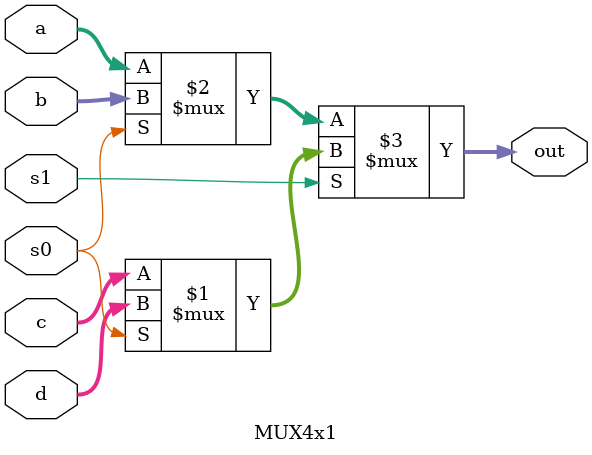
<source format=v>
module MUX4x1 ( input [31:0]a,
				input [31:0]b,
				input [31:0]c,
				input [31:0]d,
				input s0,
				input s1, 
				output [31:0]out);
				
	assign out = s1 ? (s0 ? d : c) : (s0 ? b : a);
	
endmodule
		
</source>
